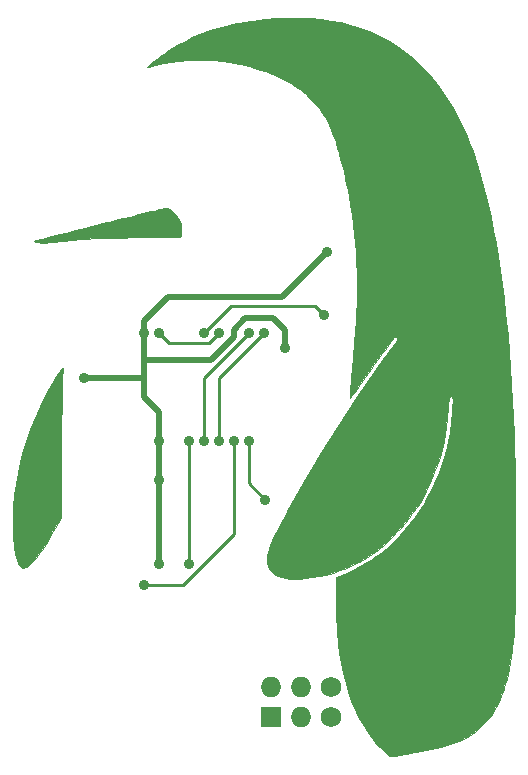
<source format=gbr>
%TF.GenerationSoftware,KiCad,Pcbnew,(5.1.0)-1*%
%TF.CreationDate,2019-10-25T10:12:21-05:00*%
%TF.ProjectId,wenk_sao,77656e6b-5f73-4616-9f2e-6b696361645f,v01*%
%TF.SameCoordinates,Original*%
%TF.FileFunction,Copper,L1,Top*%
%TF.FilePolarity,Positive*%
%FSLAX46Y46*%
G04 Gerber Fmt 4.6, Leading zero omitted, Abs format (unit mm)*
G04 Created by KiCad (PCBNEW (5.1.0)-1) date 2019-10-25 10:12:21*
%MOMM*%
%LPD*%
G04 APERTURE LIST*
%TA.AperFunction,EtchedComponent*%
%ADD10C,0.010000*%
%TD*%
%TA.AperFunction,ComponentPad*%
%ADD11R,1.727200X1.727200*%
%TD*%
%TA.AperFunction,ComponentPad*%
%ADD12O,1.727200X1.727200*%
%TD*%
%TA.AperFunction,ComponentPad*%
%ADD13C,1.727200*%
%TD*%
%TA.AperFunction,ViaPad*%
%ADD14C,0.914400*%
%TD*%
%TA.AperFunction,Conductor*%
%ADD15C,0.508000*%
%TD*%
%TA.AperFunction,Conductor*%
%ADD16C,0.254000*%
%TD*%
G04 APERTURE END LIST*
D10*
%TO.C,G\002A\002A\002A*%
G36*
X131536658Y-93371100D02*
G01*
X131541024Y-93439240D01*
X131542349Y-93549363D01*
X131540623Y-93703514D01*
X131535839Y-93903735D01*
X131527986Y-94152070D01*
X131525353Y-94227232D01*
X131510295Y-94683085D01*
X131495897Y-95185529D01*
X131482216Y-95730360D01*
X131469308Y-96313371D01*
X131457230Y-96930359D01*
X131446038Y-97577119D01*
X131435788Y-98249444D01*
X131426537Y-98943131D01*
X131418342Y-99653973D01*
X131411258Y-100377767D01*
X131405343Y-101110307D01*
X131400653Y-101847388D01*
X131397244Y-102584804D01*
X131395173Y-103318352D01*
X131394499Y-103970575D01*
X131394200Y-105972850D01*
X131124553Y-106472475D01*
X130890179Y-106903649D01*
X130674880Y-107292971D01*
X130476164Y-107644583D01*
X130291537Y-107962628D01*
X130118507Y-108251248D01*
X129954583Y-108514585D01*
X129797270Y-108756783D01*
X129644077Y-108981982D01*
X129492511Y-109194326D01*
X129460664Y-109237662D01*
X129253712Y-109504193D01*
X129053652Y-109734824D01*
X128862396Y-109928130D01*
X128681857Y-110082689D01*
X128513947Y-110197078D01*
X128360579Y-110269874D01*
X128223665Y-110299654D01*
X128105118Y-110284996D01*
X128071892Y-110270950D01*
X127954910Y-110185151D01*
X127845237Y-110051427D01*
X127744013Y-109872274D01*
X127652379Y-109650193D01*
X127571475Y-109387680D01*
X127502441Y-109087235D01*
X127482345Y-108979542D01*
X127431453Y-108643055D01*
X127389418Y-108263874D01*
X127356478Y-107849367D01*
X127332871Y-107406903D01*
X127318835Y-106943851D01*
X127314610Y-106467581D01*
X127320431Y-105985461D01*
X127336539Y-105504861D01*
X127357537Y-105117900D01*
X127440938Y-104164384D01*
X127568896Y-103211875D01*
X127741871Y-102258941D01*
X127960318Y-101304150D01*
X128224696Y-100346073D01*
X128535462Y-99383278D01*
X128893075Y-98414334D01*
X129297991Y-97437811D01*
X129750668Y-96452278D01*
X130251564Y-95456303D01*
X130728773Y-94576900D01*
X130904373Y-94266986D01*
X131058793Y-94001262D01*
X131191886Y-93779951D01*
X131303508Y-93603277D01*
X131393514Y-93471463D01*
X131461759Y-93384732D01*
X131508098Y-93343307D01*
X131529260Y-93342900D01*
X131536658Y-93371100D01*
X131536658Y-93371100D01*
G37*
X131536658Y-93371100D02*
X131541024Y-93439240D01*
X131542349Y-93549363D01*
X131540623Y-93703514D01*
X131535839Y-93903735D01*
X131527986Y-94152070D01*
X131525353Y-94227232D01*
X131510295Y-94683085D01*
X131495897Y-95185529D01*
X131482216Y-95730360D01*
X131469308Y-96313371D01*
X131457230Y-96930359D01*
X131446038Y-97577119D01*
X131435788Y-98249444D01*
X131426537Y-98943131D01*
X131418342Y-99653973D01*
X131411258Y-100377767D01*
X131405343Y-101110307D01*
X131400653Y-101847388D01*
X131397244Y-102584804D01*
X131395173Y-103318352D01*
X131394499Y-103970575D01*
X131394200Y-105972850D01*
X131124553Y-106472475D01*
X130890179Y-106903649D01*
X130674880Y-107292971D01*
X130476164Y-107644583D01*
X130291537Y-107962628D01*
X130118507Y-108251248D01*
X129954583Y-108514585D01*
X129797270Y-108756783D01*
X129644077Y-108981982D01*
X129492511Y-109194326D01*
X129460664Y-109237662D01*
X129253712Y-109504193D01*
X129053652Y-109734824D01*
X128862396Y-109928130D01*
X128681857Y-110082689D01*
X128513947Y-110197078D01*
X128360579Y-110269874D01*
X128223665Y-110299654D01*
X128105118Y-110284996D01*
X128071892Y-110270950D01*
X127954910Y-110185151D01*
X127845237Y-110051427D01*
X127744013Y-109872274D01*
X127652379Y-109650193D01*
X127571475Y-109387680D01*
X127502441Y-109087235D01*
X127482345Y-108979542D01*
X127431453Y-108643055D01*
X127389418Y-108263874D01*
X127356478Y-107849367D01*
X127332871Y-107406903D01*
X127318835Y-106943851D01*
X127314610Y-106467581D01*
X127320431Y-105985461D01*
X127336539Y-105504861D01*
X127357537Y-105117900D01*
X127440938Y-104164384D01*
X127568896Y-103211875D01*
X127741871Y-102258941D01*
X127960318Y-101304150D01*
X128224696Y-100346073D01*
X128535462Y-99383278D01*
X128893075Y-98414334D01*
X129297991Y-97437811D01*
X129750668Y-96452278D01*
X130251564Y-95456303D01*
X130728773Y-94576900D01*
X130904373Y-94266986D01*
X131058793Y-94001262D01*
X131191886Y-93779951D01*
X131303508Y-93603277D01*
X131393514Y-93471463D01*
X131461759Y-93384732D01*
X131508098Y-93343307D01*
X131529260Y-93342900D01*
X131536658Y-93371100D01*
G36*
X151635976Y-63745864D02*
G01*
X152105667Y-63758577D01*
X152563624Y-63778819D01*
X152615900Y-63781676D01*
X153448588Y-63851540D01*
X154275617Y-63967279D01*
X155093412Y-64127732D01*
X155898402Y-64331737D01*
X156687013Y-64578132D01*
X157455673Y-64865754D01*
X158200807Y-65193442D01*
X158918844Y-65560034D01*
X159606210Y-65964367D01*
X159886278Y-66146083D01*
X160562108Y-66627972D01*
X161210173Y-67152363D01*
X161830411Y-67719181D01*
X162422762Y-68328347D01*
X162987166Y-68979786D01*
X163523563Y-69673421D01*
X164031892Y-70409175D01*
X164512093Y-71186970D01*
X164964107Y-72006731D01*
X165387871Y-72868380D01*
X165680372Y-73526196D01*
X165976656Y-74256556D01*
X166264307Y-75035178D01*
X166542938Y-75860198D01*
X166812160Y-76729752D01*
X167071587Y-77641976D01*
X167320833Y-78595005D01*
X167559509Y-79586976D01*
X167787229Y-80616024D01*
X168003605Y-81680285D01*
X168208252Y-82777895D01*
X168400780Y-83906991D01*
X168580804Y-85065707D01*
X168747936Y-86252180D01*
X168901790Y-87464545D01*
X169041977Y-88700939D01*
X169168111Y-89959497D01*
X169226250Y-90601800D01*
X169336710Y-91938575D01*
X169438256Y-93313079D01*
X169530186Y-94712905D01*
X169611798Y-96125651D01*
X169682390Y-97538911D01*
X169741262Y-98940281D01*
X169787711Y-100317357D01*
X169799452Y-100736400D01*
X169809731Y-101157611D01*
X169819130Y-101613676D01*
X169827653Y-102101421D01*
X169835306Y-102617671D01*
X169842096Y-103159252D01*
X169848027Y-103722991D01*
X169853106Y-104305712D01*
X169857339Y-104904244D01*
X169860730Y-105515410D01*
X169863286Y-106136038D01*
X169865012Y-106762953D01*
X169865915Y-107392982D01*
X169865999Y-108022949D01*
X169865271Y-108649682D01*
X169863737Y-109270006D01*
X169861401Y-109880747D01*
X169858270Y-110478732D01*
X169854350Y-111060785D01*
X169849646Y-111623734D01*
X169844164Y-112164403D01*
X169837910Y-112679620D01*
X169830889Y-113166210D01*
X169823108Y-113620999D01*
X169814571Y-114040813D01*
X169805285Y-114422478D01*
X169795255Y-114762820D01*
X169784487Y-115058666D01*
X169773175Y-115303300D01*
X169752534Y-115656127D01*
X169728735Y-115985609D01*
X169700502Y-116303495D01*
X169666559Y-116621535D01*
X169625631Y-116951478D01*
X169576442Y-117305076D01*
X169517716Y-117694078D01*
X169504299Y-117779800D01*
X169415387Y-118321494D01*
X169325944Y-118817245D01*
X169234616Y-119271903D01*
X169140046Y-119690316D01*
X169040880Y-120077335D01*
X168935760Y-120437811D01*
X168823332Y-120776591D01*
X168702240Y-121098527D01*
X168571129Y-121408468D01*
X168428642Y-121711264D01*
X168376099Y-121815931D01*
X168181193Y-122179267D01*
X167984428Y-122504877D01*
X167776681Y-122805316D01*
X167548830Y-123093136D01*
X167291752Y-123380890D01*
X167082112Y-123596400D01*
X166789052Y-123876457D01*
X166505478Y-124119971D01*
X166218692Y-124336099D01*
X165915995Y-124533998D01*
X165584690Y-124722824D01*
X165356074Y-124840992D01*
X165114119Y-124957648D01*
X164876282Y-125062685D01*
X164635997Y-125158098D01*
X164386701Y-125245879D01*
X164121828Y-125328024D01*
X163834813Y-125406525D01*
X163519091Y-125483378D01*
X163168098Y-125560574D01*
X162775269Y-125640109D01*
X162636200Y-125667043D01*
X162414321Y-125709617D01*
X162178734Y-125754847D01*
X161942503Y-125800222D01*
X161718690Y-125843233D01*
X161520359Y-125881370D01*
X161378900Y-125908594D01*
X161250132Y-125932965D01*
X161085035Y-125963558D01*
X160892051Y-125998865D01*
X160679618Y-126037380D01*
X160456178Y-126077594D01*
X160230171Y-126118000D01*
X160010037Y-126157088D01*
X159804216Y-126193352D01*
X159621150Y-126225285D01*
X159469277Y-126251376D01*
X159357039Y-126270121D01*
X159338229Y-126273152D01*
X159292877Y-126266575D01*
X159227444Y-126232494D01*
X159135643Y-126167291D01*
X159084229Y-126126971D01*
X158998540Y-126055046D01*
X158888035Y-125957356D01*
X158763860Y-125844019D01*
X158637160Y-125725149D01*
X158562938Y-125653800D01*
X158119946Y-125189486D01*
X157701401Y-124681768D01*
X157307838Y-124132059D01*
X156939794Y-123541777D01*
X156597804Y-122912337D01*
X156282403Y-122245153D01*
X155994128Y-121541643D01*
X155733514Y-120803220D01*
X155501097Y-120031302D01*
X155297412Y-119227303D01*
X155122996Y-118392640D01*
X154978385Y-117528727D01*
X154864112Y-116636981D01*
X154780716Y-115718816D01*
X154775530Y-115646200D01*
X154758376Y-115367639D01*
X154742690Y-115046336D01*
X154728665Y-114690330D01*
X154716492Y-114307662D01*
X154706363Y-113906372D01*
X154698471Y-113494501D01*
X154693007Y-113080090D01*
X154690163Y-112671179D01*
X154690132Y-112275808D01*
X154691054Y-112108899D01*
X154698700Y-111073499D01*
X155194000Y-110873893D01*
X155596579Y-110708280D01*
X155958683Y-110551628D01*
X156288863Y-110399589D01*
X156595670Y-110247812D01*
X156887653Y-110091947D01*
X157173363Y-109927644D01*
X157461350Y-109750554D01*
X157681166Y-109608577D01*
X158105546Y-109316618D01*
X158515165Y-109007579D01*
X158919827Y-108673488D01*
X159329336Y-108306373D01*
X159605019Y-108044067D01*
X160111532Y-107534545D01*
X160574760Y-107031057D01*
X161000345Y-106525967D01*
X161393930Y-106011641D01*
X161761157Y-105480444D01*
X162107667Y-104924740D01*
X162439103Y-104336897D01*
X162663730Y-103905031D01*
X162938989Y-103341742D01*
X163184317Y-102801250D01*
X163402659Y-102274536D01*
X163596960Y-101752579D01*
X163770167Y-101226362D01*
X163925224Y-100686865D01*
X164065077Y-100125069D01*
X164192672Y-99531955D01*
X164310953Y-98898504D01*
X164324716Y-98819035D01*
X164361435Y-98586380D01*
X164397352Y-98323309D01*
X164431687Y-98038615D01*
X164463657Y-97741092D01*
X164492482Y-97439530D01*
X164517381Y-97142725D01*
X164537573Y-96859467D01*
X164552278Y-96598551D01*
X164560713Y-96368769D01*
X164562099Y-96178914D01*
X164561595Y-96151999D01*
X164558164Y-96017348D01*
X164554031Y-95924548D01*
X164547342Y-95864664D01*
X164536240Y-95828760D01*
X164518871Y-95807900D01*
X164493380Y-95793149D01*
X164486394Y-95789786D01*
X164400727Y-95772691D01*
X164322473Y-95798148D01*
X164267114Y-95860347D01*
X164261007Y-95874383D01*
X164253132Y-95913976D01*
X164241554Y-95998240D01*
X164226919Y-96121234D01*
X164209873Y-96277016D01*
X164191063Y-96459644D01*
X164171134Y-96663176D01*
X164150732Y-96881670D01*
X164147018Y-96922588D01*
X164114467Y-97277821D01*
X164084772Y-97589286D01*
X164057020Y-97863878D01*
X164030297Y-98108488D01*
X164003690Y-98330010D01*
X163976285Y-98535336D01*
X163947167Y-98731359D01*
X163915424Y-98924972D01*
X163880142Y-99123068D01*
X163840407Y-99332541D01*
X163801404Y-99529900D01*
X163647187Y-100225100D01*
X163466548Y-100898821D01*
X163256297Y-101560156D01*
X163013242Y-102218197D01*
X162734193Y-102882035D01*
X162415959Y-103560763D01*
X162317236Y-103759000D01*
X162042510Y-104283195D01*
X161763529Y-104772106D01*
X161473964Y-105234721D01*
X161167484Y-105680031D01*
X160837760Y-106117026D01*
X160478463Y-106554698D01*
X160083263Y-107002036D01*
X159877421Y-107224467D01*
X159351341Y-107761770D01*
X158824650Y-108251644D01*
X158292851Y-108697308D01*
X157751448Y-109101985D01*
X157195943Y-109468896D01*
X156621840Y-109801262D01*
X156024642Y-110102304D01*
X155587700Y-110297288D01*
X155030458Y-110515815D01*
X154452358Y-110708864D01*
X153861772Y-110874640D01*
X153267072Y-111011344D01*
X152676628Y-111117180D01*
X152098814Y-111190351D01*
X151542001Y-111229061D01*
X151218900Y-111234991D01*
X150817306Y-111219780D01*
X150448377Y-111176883D01*
X150113740Y-111107107D01*
X149815021Y-111011257D01*
X149553846Y-110890137D01*
X149331840Y-110744553D01*
X149150631Y-110575310D01*
X149011845Y-110383213D01*
X148917107Y-110169066D01*
X148893352Y-110083600D01*
X148875120Y-109967653D01*
X148864352Y-109815500D01*
X148860907Y-109641159D01*
X148864638Y-109458652D01*
X148875403Y-109281997D01*
X148893057Y-109125215D01*
X148903868Y-109061478D01*
X148935624Y-108919295D01*
X148978000Y-108766588D01*
X149032262Y-108600647D01*
X149099681Y-108418759D01*
X149181522Y-108218213D01*
X149279055Y-107996298D01*
X149393549Y-107750302D01*
X149526269Y-107477514D01*
X149678487Y-107175221D01*
X149851468Y-106840714D01*
X150046481Y-106471280D01*
X150264795Y-106064208D01*
X150507678Y-105616787D01*
X150558178Y-105524300D01*
X151226259Y-104319921D01*
X151919463Y-103105134D01*
X152634168Y-101885644D01*
X153366752Y-100667153D01*
X154113593Y-99455367D01*
X154871069Y-98255989D01*
X155635558Y-97074724D01*
X156403438Y-95917274D01*
X157171086Y-94789344D01*
X157934881Y-93696638D01*
X158691201Y-92644860D01*
X159026019Y-92189300D01*
X159205367Y-91945060D01*
X159368410Y-91719177D01*
X159512941Y-91514884D01*
X159636756Y-91335413D01*
X159737649Y-91183998D01*
X159813415Y-91063872D01*
X159861847Y-90978267D01*
X159878714Y-90939309D01*
X159878440Y-90860135D01*
X159831562Y-90787960D01*
X159762937Y-90739916D01*
X159707205Y-90715125D01*
X159671179Y-90717564D01*
X159633602Y-90746003D01*
X159589783Y-90793112D01*
X159518656Y-90879777D01*
X159421830Y-91003787D01*
X159300913Y-91162930D01*
X159157515Y-91354996D01*
X158993245Y-91577775D01*
X158809710Y-91829054D01*
X158608521Y-92106623D01*
X158391286Y-92408271D01*
X158159614Y-92731788D01*
X157915113Y-93074962D01*
X157659393Y-93435582D01*
X157394063Y-93811437D01*
X157141647Y-94170500D01*
X156980116Y-94400389D01*
X156820932Y-94626285D01*
X156667636Y-94843206D01*
X156523769Y-95046169D01*
X156392871Y-95230192D01*
X156278485Y-95390292D01*
X156184150Y-95521489D01*
X156113408Y-95618799D01*
X156085593Y-95656400D01*
X155867100Y-95948500D01*
X155859865Y-95783400D01*
X155860238Y-95714146D01*
X155864968Y-95602844D01*
X155873505Y-95458004D01*
X155885298Y-95288142D01*
X155899799Y-95101769D01*
X155916456Y-94907400D01*
X155916483Y-94907100D01*
X155931526Y-94739576D01*
X155950385Y-94529616D01*
X155972327Y-94285379D01*
X155996619Y-94015022D01*
X156022527Y-93726706D01*
X156049319Y-93428589D01*
X156076261Y-93128830D01*
X156102619Y-92835589D01*
X156107059Y-92786200D01*
X156162776Y-92159151D01*
X156212922Y-91578412D01*
X156257717Y-91039819D01*
X156297380Y-90539214D01*
X156332130Y-90072436D01*
X156362186Y-89635323D01*
X156387768Y-89223716D01*
X156409093Y-88833453D01*
X156426383Y-88460374D01*
X156439855Y-88100318D01*
X156449729Y-87749125D01*
X156456223Y-87402634D01*
X156459558Y-87056685D01*
X156459952Y-86707116D01*
X156457624Y-86349767D01*
X156455543Y-86169500D01*
X156437486Y-85271866D01*
X156406879Y-84414736D01*
X156362964Y-83589201D01*
X156304983Y-82786355D01*
X156232177Y-81997287D01*
X156143790Y-81213090D01*
X156039063Y-80424856D01*
X155917238Y-79623677D01*
X155878613Y-79387700D01*
X155787252Y-78864038D01*
X155686080Y-78331647D01*
X155576260Y-77794794D01*
X155458956Y-77257745D01*
X155335333Y-76724769D01*
X155206554Y-76200133D01*
X155073784Y-75688104D01*
X154938187Y-75192950D01*
X154800926Y-74718938D01*
X154663166Y-74270335D01*
X154526071Y-73851410D01*
X154390805Y-73466429D01*
X154258532Y-73119660D01*
X154130415Y-72815370D01*
X154024765Y-72591540D01*
X153808276Y-72202755D01*
X153546371Y-71805247D01*
X153242725Y-71403364D01*
X152901013Y-71001450D01*
X152524911Y-70603851D01*
X152118093Y-70214913D01*
X151726900Y-69874340D01*
X151318976Y-69561524D01*
X150864859Y-69263130D01*
X150367386Y-68980291D01*
X149829396Y-68714139D01*
X149253725Y-68465808D01*
X148643212Y-68236429D01*
X148000693Y-68027135D01*
X147329007Y-67839058D01*
X146630992Y-67673332D01*
X145909484Y-67531089D01*
X145814220Y-67514401D01*
X145517464Y-67464709D01*
X145247576Y-67423343D01*
X144995490Y-67389601D01*
X144752138Y-67362781D01*
X144508452Y-67342181D01*
X144255367Y-67327101D01*
X143983814Y-67316839D01*
X143684725Y-67310694D01*
X143349035Y-67307964D01*
X143141700Y-67307665D01*
X142779805Y-67309063D01*
X142459354Y-67313533D01*
X142171037Y-67321959D01*
X141905543Y-67335221D01*
X141653565Y-67354201D01*
X141405792Y-67379780D01*
X141152915Y-67412839D01*
X140885624Y-67454261D01*
X140594610Y-67504926D01*
X140270563Y-67565716D01*
X140131800Y-67592637D01*
X139732720Y-67675553D01*
X139380131Y-67759203D01*
X139076054Y-67843103D01*
X139039600Y-67854186D01*
X138906720Y-67894455D01*
X138814792Y-67920232D01*
X138756470Y-67932781D01*
X138724412Y-67933367D01*
X138711274Y-67923255D01*
X138709400Y-67911068D01*
X138729769Y-67869890D01*
X138788120Y-67803602D01*
X138880315Y-67715499D01*
X139002217Y-67608872D01*
X139149689Y-67487016D01*
X139318594Y-67353222D01*
X139504796Y-67210786D01*
X139704157Y-67062998D01*
X139912540Y-66913154D01*
X140125808Y-66764545D01*
X140284816Y-66656989D01*
X140832694Y-66305925D01*
X141392324Y-65975252D01*
X141956635Y-65668504D01*
X142518556Y-65389217D01*
X143071017Y-65140925D01*
X143606945Y-64927166D01*
X144056100Y-64771444D01*
X144344714Y-64682948D01*
X144661880Y-64592567D01*
X144996635Y-64502986D01*
X145338021Y-64416888D01*
X145675075Y-64336959D01*
X145996837Y-64265881D01*
X146292347Y-64206339D01*
X146545300Y-64161864D01*
X146681422Y-64140406D01*
X146858543Y-64112765D01*
X147067431Y-64080365D01*
X147298857Y-64044626D01*
X147543590Y-64006973D01*
X147792402Y-63968826D01*
X148036062Y-63931609D01*
X148265340Y-63896744D01*
X148285200Y-63893733D01*
X148600010Y-63852654D01*
X148958365Y-63817672D01*
X149353355Y-63788969D01*
X149778069Y-63766721D01*
X150225598Y-63751107D01*
X150689032Y-63742308D01*
X151161461Y-63740500D01*
X151635976Y-63745864D01*
X151635976Y-63745864D01*
G37*
X151635976Y-63745864D02*
X152105667Y-63758577D01*
X152563624Y-63778819D01*
X152615900Y-63781676D01*
X153448588Y-63851540D01*
X154275617Y-63967279D01*
X155093412Y-64127732D01*
X155898402Y-64331737D01*
X156687013Y-64578132D01*
X157455673Y-64865754D01*
X158200807Y-65193442D01*
X158918844Y-65560034D01*
X159606210Y-65964367D01*
X159886278Y-66146083D01*
X160562108Y-66627972D01*
X161210173Y-67152363D01*
X161830411Y-67719181D01*
X162422762Y-68328347D01*
X162987166Y-68979786D01*
X163523563Y-69673421D01*
X164031892Y-70409175D01*
X164512093Y-71186970D01*
X164964107Y-72006731D01*
X165387871Y-72868380D01*
X165680372Y-73526196D01*
X165976656Y-74256556D01*
X166264307Y-75035178D01*
X166542938Y-75860198D01*
X166812160Y-76729752D01*
X167071587Y-77641976D01*
X167320833Y-78595005D01*
X167559509Y-79586976D01*
X167787229Y-80616024D01*
X168003605Y-81680285D01*
X168208252Y-82777895D01*
X168400780Y-83906991D01*
X168580804Y-85065707D01*
X168747936Y-86252180D01*
X168901790Y-87464545D01*
X169041977Y-88700939D01*
X169168111Y-89959497D01*
X169226250Y-90601800D01*
X169336710Y-91938575D01*
X169438256Y-93313079D01*
X169530186Y-94712905D01*
X169611798Y-96125651D01*
X169682390Y-97538911D01*
X169741262Y-98940281D01*
X169787711Y-100317357D01*
X169799452Y-100736400D01*
X169809731Y-101157611D01*
X169819130Y-101613676D01*
X169827653Y-102101421D01*
X169835306Y-102617671D01*
X169842096Y-103159252D01*
X169848027Y-103722991D01*
X169853106Y-104305712D01*
X169857339Y-104904244D01*
X169860730Y-105515410D01*
X169863286Y-106136038D01*
X169865012Y-106762953D01*
X169865915Y-107392982D01*
X169865999Y-108022949D01*
X169865271Y-108649682D01*
X169863737Y-109270006D01*
X169861401Y-109880747D01*
X169858270Y-110478732D01*
X169854350Y-111060785D01*
X169849646Y-111623734D01*
X169844164Y-112164403D01*
X169837910Y-112679620D01*
X169830889Y-113166210D01*
X169823108Y-113620999D01*
X169814571Y-114040813D01*
X169805285Y-114422478D01*
X169795255Y-114762820D01*
X169784487Y-115058666D01*
X169773175Y-115303300D01*
X169752534Y-115656127D01*
X169728735Y-115985609D01*
X169700502Y-116303495D01*
X169666559Y-116621535D01*
X169625631Y-116951478D01*
X169576442Y-117305076D01*
X169517716Y-117694078D01*
X169504299Y-117779800D01*
X169415387Y-118321494D01*
X169325944Y-118817245D01*
X169234616Y-119271903D01*
X169140046Y-119690316D01*
X169040880Y-120077335D01*
X168935760Y-120437811D01*
X168823332Y-120776591D01*
X168702240Y-121098527D01*
X168571129Y-121408468D01*
X168428642Y-121711264D01*
X168376099Y-121815931D01*
X168181193Y-122179267D01*
X167984428Y-122504877D01*
X167776681Y-122805316D01*
X167548830Y-123093136D01*
X167291752Y-123380890D01*
X167082112Y-123596400D01*
X166789052Y-123876457D01*
X166505478Y-124119971D01*
X166218692Y-124336099D01*
X165915995Y-124533998D01*
X165584690Y-124722824D01*
X165356074Y-124840992D01*
X165114119Y-124957648D01*
X164876282Y-125062685D01*
X164635997Y-125158098D01*
X164386701Y-125245879D01*
X164121828Y-125328024D01*
X163834813Y-125406525D01*
X163519091Y-125483378D01*
X163168098Y-125560574D01*
X162775269Y-125640109D01*
X162636200Y-125667043D01*
X162414321Y-125709617D01*
X162178734Y-125754847D01*
X161942503Y-125800222D01*
X161718690Y-125843233D01*
X161520359Y-125881370D01*
X161378900Y-125908594D01*
X161250132Y-125932965D01*
X161085035Y-125963558D01*
X160892051Y-125998865D01*
X160679618Y-126037380D01*
X160456178Y-126077594D01*
X160230171Y-126118000D01*
X160010037Y-126157088D01*
X159804216Y-126193352D01*
X159621150Y-126225285D01*
X159469277Y-126251376D01*
X159357039Y-126270121D01*
X159338229Y-126273152D01*
X159292877Y-126266575D01*
X159227444Y-126232494D01*
X159135643Y-126167291D01*
X159084229Y-126126971D01*
X158998540Y-126055046D01*
X158888035Y-125957356D01*
X158763860Y-125844019D01*
X158637160Y-125725149D01*
X158562938Y-125653800D01*
X158119946Y-125189486D01*
X157701401Y-124681768D01*
X157307838Y-124132059D01*
X156939794Y-123541777D01*
X156597804Y-122912337D01*
X156282403Y-122245153D01*
X155994128Y-121541643D01*
X155733514Y-120803220D01*
X155501097Y-120031302D01*
X155297412Y-119227303D01*
X155122996Y-118392640D01*
X154978385Y-117528727D01*
X154864112Y-116636981D01*
X154780716Y-115718816D01*
X154775530Y-115646200D01*
X154758376Y-115367639D01*
X154742690Y-115046336D01*
X154728665Y-114690330D01*
X154716492Y-114307662D01*
X154706363Y-113906372D01*
X154698471Y-113494501D01*
X154693007Y-113080090D01*
X154690163Y-112671179D01*
X154690132Y-112275808D01*
X154691054Y-112108899D01*
X154698700Y-111073499D01*
X155194000Y-110873893D01*
X155596579Y-110708280D01*
X155958683Y-110551628D01*
X156288863Y-110399589D01*
X156595670Y-110247812D01*
X156887653Y-110091947D01*
X157173363Y-109927644D01*
X157461350Y-109750554D01*
X157681166Y-109608577D01*
X158105546Y-109316618D01*
X158515165Y-109007579D01*
X158919827Y-108673488D01*
X159329336Y-108306373D01*
X159605019Y-108044067D01*
X160111532Y-107534545D01*
X160574760Y-107031057D01*
X161000345Y-106525967D01*
X161393930Y-106011641D01*
X161761157Y-105480444D01*
X162107667Y-104924740D01*
X162439103Y-104336897D01*
X162663730Y-103905031D01*
X162938989Y-103341742D01*
X163184317Y-102801250D01*
X163402659Y-102274536D01*
X163596960Y-101752579D01*
X163770167Y-101226362D01*
X163925224Y-100686865D01*
X164065077Y-100125069D01*
X164192672Y-99531955D01*
X164310953Y-98898504D01*
X164324716Y-98819035D01*
X164361435Y-98586380D01*
X164397352Y-98323309D01*
X164431687Y-98038615D01*
X164463657Y-97741092D01*
X164492482Y-97439530D01*
X164517381Y-97142725D01*
X164537573Y-96859467D01*
X164552278Y-96598551D01*
X164560713Y-96368769D01*
X164562099Y-96178914D01*
X164561595Y-96151999D01*
X164558164Y-96017348D01*
X164554031Y-95924548D01*
X164547342Y-95864664D01*
X164536240Y-95828760D01*
X164518871Y-95807900D01*
X164493380Y-95793149D01*
X164486394Y-95789786D01*
X164400727Y-95772691D01*
X164322473Y-95798148D01*
X164267114Y-95860347D01*
X164261007Y-95874383D01*
X164253132Y-95913976D01*
X164241554Y-95998240D01*
X164226919Y-96121234D01*
X164209873Y-96277016D01*
X164191063Y-96459644D01*
X164171134Y-96663176D01*
X164150732Y-96881670D01*
X164147018Y-96922588D01*
X164114467Y-97277821D01*
X164084772Y-97589286D01*
X164057020Y-97863878D01*
X164030297Y-98108488D01*
X164003690Y-98330010D01*
X163976285Y-98535336D01*
X163947167Y-98731359D01*
X163915424Y-98924972D01*
X163880142Y-99123068D01*
X163840407Y-99332541D01*
X163801404Y-99529900D01*
X163647187Y-100225100D01*
X163466548Y-100898821D01*
X163256297Y-101560156D01*
X163013242Y-102218197D01*
X162734193Y-102882035D01*
X162415959Y-103560763D01*
X162317236Y-103759000D01*
X162042510Y-104283195D01*
X161763529Y-104772106D01*
X161473964Y-105234721D01*
X161167484Y-105680031D01*
X160837760Y-106117026D01*
X160478463Y-106554698D01*
X160083263Y-107002036D01*
X159877421Y-107224467D01*
X159351341Y-107761770D01*
X158824650Y-108251644D01*
X158292851Y-108697308D01*
X157751448Y-109101985D01*
X157195943Y-109468896D01*
X156621840Y-109801262D01*
X156024642Y-110102304D01*
X155587700Y-110297288D01*
X155030458Y-110515815D01*
X154452358Y-110708864D01*
X153861772Y-110874640D01*
X153267072Y-111011344D01*
X152676628Y-111117180D01*
X152098814Y-111190351D01*
X151542001Y-111229061D01*
X151218900Y-111234991D01*
X150817306Y-111219780D01*
X150448377Y-111176883D01*
X150113740Y-111107107D01*
X149815021Y-111011257D01*
X149553846Y-110890137D01*
X149331840Y-110744553D01*
X149150631Y-110575310D01*
X149011845Y-110383213D01*
X148917107Y-110169066D01*
X148893352Y-110083600D01*
X148875120Y-109967653D01*
X148864352Y-109815500D01*
X148860907Y-109641159D01*
X148864638Y-109458652D01*
X148875403Y-109281997D01*
X148893057Y-109125215D01*
X148903868Y-109061478D01*
X148935624Y-108919295D01*
X148978000Y-108766588D01*
X149032262Y-108600647D01*
X149099681Y-108418759D01*
X149181522Y-108218213D01*
X149279055Y-107996298D01*
X149393549Y-107750302D01*
X149526269Y-107477514D01*
X149678487Y-107175221D01*
X149851468Y-106840714D01*
X150046481Y-106471280D01*
X150264795Y-106064208D01*
X150507678Y-105616787D01*
X150558178Y-105524300D01*
X151226259Y-104319921D01*
X151919463Y-103105134D01*
X152634168Y-101885644D01*
X153366752Y-100667153D01*
X154113593Y-99455367D01*
X154871069Y-98255989D01*
X155635558Y-97074724D01*
X156403438Y-95917274D01*
X157171086Y-94789344D01*
X157934881Y-93696638D01*
X158691201Y-92644860D01*
X159026019Y-92189300D01*
X159205367Y-91945060D01*
X159368410Y-91719177D01*
X159512941Y-91514884D01*
X159636756Y-91335413D01*
X159737649Y-91183998D01*
X159813415Y-91063872D01*
X159861847Y-90978267D01*
X159878714Y-90939309D01*
X159878440Y-90860135D01*
X159831562Y-90787960D01*
X159762937Y-90739916D01*
X159707205Y-90715125D01*
X159671179Y-90717564D01*
X159633602Y-90746003D01*
X159589783Y-90793112D01*
X159518656Y-90879777D01*
X159421830Y-91003787D01*
X159300913Y-91162930D01*
X159157515Y-91354996D01*
X158993245Y-91577775D01*
X158809710Y-91829054D01*
X158608521Y-92106623D01*
X158391286Y-92408271D01*
X158159614Y-92731788D01*
X157915113Y-93074962D01*
X157659393Y-93435582D01*
X157394063Y-93811437D01*
X157141647Y-94170500D01*
X156980116Y-94400389D01*
X156820932Y-94626285D01*
X156667636Y-94843206D01*
X156523769Y-95046169D01*
X156392871Y-95230192D01*
X156278485Y-95390292D01*
X156184150Y-95521489D01*
X156113408Y-95618799D01*
X156085593Y-95656400D01*
X155867100Y-95948500D01*
X155859865Y-95783400D01*
X155860238Y-95714146D01*
X155864968Y-95602844D01*
X155873505Y-95458004D01*
X155885298Y-95288142D01*
X155899799Y-95101769D01*
X155916456Y-94907400D01*
X155916483Y-94907100D01*
X155931526Y-94739576D01*
X155950385Y-94529616D01*
X155972327Y-94285379D01*
X155996619Y-94015022D01*
X156022527Y-93726706D01*
X156049319Y-93428589D01*
X156076261Y-93128830D01*
X156102619Y-92835589D01*
X156107059Y-92786200D01*
X156162776Y-92159151D01*
X156212922Y-91578412D01*
X156257717Y-91039819D01*
X156297380Y-90539214D01*
X156332130Y-90072436D01*
X156362186Y-89635323D01*
X156387768Y-89223716D01*
X156409093Y-88833453D01*
X156426383Y-88460374D01*
X156439855Y-88100318D01*
X156449729Y-87749125D01*
X156456223Y-87402634D01*
X156459558Y-87056685D01*
X156459952Y-86707116D01*
X156457624Y-86349767D01*
X156455543Y-86169500D01*
X156437486Y-85271866D01*
X156406879Y-84414736D01*
X156362964Y-83589201D01*
X156304983Y-82786355D01*
X156232177Y-81997287D01*
X156143790Y-81213090D01*
X156039063Y-80424856D01*
X155917238Y-79623677D01*
X155878613Y-79387700D01*
X155787252Y-78864038D01*
X155686080Y-78331647D01*
X155576260Y-77794794D01*
X155458956Y-77257745D01*
X155335333Y-76724769D01*
X155206554Y-76200133D01*
X155073784Y-75688104D01*
X154938187Y-75192950D01*
X154800926Y-74718938D01*
X154663166Y-74270335D01*
X154526071Y-73851410D01*
X154390805Y-73466429D01*
X154258532Y-73119660D01*
X154130415Y-72815370D01*
X154024765Y-72591540D01*
X153808276Y-72202755D01*
X153546371Y-71805247D01*
X153242725Y-71403364D01*
X152901013Y-71001450D01*
X152524911Y-70603851D01*
X152118093Y-70214913D01*
X151726900Y-69874340D01*
X151318976Y-69561524D01*
X150864859Y-69263130D01*
X150367386Y-68980291D01*
X149829396Y-68714139D01*
X149253725Y-68465808D01*
X148643212Y-68236429D01*
X148000693Y-68027135D01*
X147329007Y-67839058D01*
X146630992Y-67673332D01*
X145909484Y-67531089D01*
X145814220Y-67514401D01*
X145517464Y-67464709D01*
X145247576Y-67423343D01*
X144995490Y-67389601D01*
X144752138Y-67362781D01*
X144508452Y-67342181D01*
X144255367Y-67327101D01*
X143983814Y-67316839D01*
X143684725Y-67310694D01*
X143349035Y-67307964D01*
X143141700Y-67307665D01*
X142779805Y-67309063D01*
X142459354Y-67313533D01*
X142171037Y-67321959D01*
X141905543Y-67335221D01*
X141653565Y-67354201D01*
X141405792Y-67379780D01*
X141152915Y-67412839D01*
X140885624Y-67454261D01*
X140594610Y-67504926D01*
X140270563Y-67565716D01*
X140131800Y-67592637D01*
X139732720Y-67675553D01*
X139380131Y-67759203D01*
X139076054Y-67843103D01*
X139039600Y-67854186D01*
X138906720Y-67894455D01*
X138814792Y-67920232D01*
X138756470Y-67932781D01*
X138724412Y-67933367D01*
X138711274Y-67923255D01*
X138709400Y-67911068D01*
X138729769Y-67869890D01*
X138788120Y-67803602D01*
X138880315Y-67715499D01*
X139002217Y-67608872D01*
X139149689Y-67487016D01*
X139318594Y-67353222D01*
X139504796Y-67210786D01*
X139704157Y-67062998D01*
X139912540Y-66913154D01*
X140125808Y-66764545D01*
X140284816Y-66656989D01*
X140832694Y-66305925D01*
X141392324Y-65975252D01*
X141956635Y-65668504D01*
X142518556Y-65389217D01*
X143071017Y-65140925D01*
X143606945Y-64927166D01*
X144056100Y-64771444D01*
X144344714Y-64682948D01*
X144661880Y-64592567D01*
X144996635Y-64502986D01*
X145338021Y-64416888D01*
X145675075Y-64336959D01*
X145996837Y-64265881D01*
X146292347Y-64206339D01*
X146545300Y-64161864D01*
X146681422Y-64140406D01*
X146858543Y-64112765D01*
X147067431Y-64080365D01*
X147298857Y-64044626D01*
X147543590Y-64006973D01*
X147792402Y-63968826D01*
X148036062Y-63931609D01*
X148265340Y-63896744D01*
X148285200Y-63893733D01*
X148600010Y-63852654D01*
X148958365Y-63817672D01*
X149353355Y-63788969D01*
X149778069Y-63766721D01*
X150225598Y-63751107D01*
X150689032Y-63742308D01*
X151161461Y-63740500D01*
X151635976Y-63745864D01*
G36*
X140426151Y-79852638D02*
G01*
X140543677Y-79912211D01*
X140682490Y-80008308D01*
X140838761Y-80138319D01*
X140985650Y-80276700D01*
X141170573Y-80470469D01*
X141315562Y-80649809D01*
X141425276Y-80824625D01*
X141504373Y-81004821D01*
X141557511Y-81200301D01*
X141589351Y-81420969D01*
X141600940Y-81584800D01*
X141608846Y-81787833D01*
X141608936Y-81946360D01*
X141599091Y-82066354D01*
X141577195Y-82153788D01*
X141541131Y-82214635D01*
X141488780Y-82254869D01*
X141418024Y-82280461D01*
X141349536Y-82293969D01*
X141300616Y-82297526D01*
X141205536Y-82300500D01*
X141068933Y-82302871D01*
X140895444Y-82304618D01*
X140689705Y-82305718D01*
X140456353Y-82306150D01*
X140200025Y-82305895D01*
X139925359Y-82304928D01*
X139636990Y-82303231D01*
X139522200Y-82302369D01*
X137881506Y-82305064D01*
X136258201Y-82339235D01*
X134657378Y-82404645D01*
X133084131Y-82501057D01*
X131543556Y-82628232D01*
X130670300Y-82715643D01*
X130498062Y-82734011D01*
X130338017Y-82751053D01*
X130198692Y-82765862D01*
X130088617Y-82777532D01*
X130016323Y-82785157D01*
X129997200Y-82787150D01*
X129941047Y-82786775D01*
X129846070Y-82779604D01*
X129723626Y-82766752D01*
X129585070Y-82749336D01*
X129520349Y-82740287D01*
X129385411Y-82719916D01*
X129268655Y-82700614D01*
X129179166Y-82684015D01*
X129126025Y-82671752D01*
X129115642Y-82667509D01*
X129113606Y-82638042D01*
X129162047Y-82604339D01*
X129260828Y-82566477D01*
X129328140Y-82546269D01*
X129439541Y-82515763D01*
X129597122Y-82473973D01*
X129797718Y-82421687D01*
X130038163Y-82359690D01*
X130315294Y-82288769D01*
X130625943Y-82209712D01*
X130966947Y-82123306D01*
X131335140Y-82030336D01*
X131727357Y-81931592D01*
X132140434Y-81827858D01*
X132571204Y-81719922D01*
X133016503Y-81608572D01*
X133473166Y-81494593D01*
X133938027Y-81378773D01*
X134407922Y-81261899D01*
X134879685Y-81144758D01*
X135350152Y-81028136D01*
X135816156Y-80912821D01*
X136274534Y-80799599D01*
X136722119Y-80689258D01*
X137155748Y-80582583D01*
X137572254Y-80480363D01*
X137968472Y-80383384D01*
X138341238Y-80292433D01*
X138687387Y-80208296D01*
X139003752Y-80131762D01*
X139287170Y-80063616D01*
X139534475Y-80004646D01*
X139742502Y-79955638D01*
X139829298Y-79935463D01*
X139976798Y-79902091D01*
X140110381Y-79873210D01*
X140220871Y-79850700D01*
X140299092Y-79836437D01*
X140333742Y-79832200D01*
X140426151Y-79852638D01*
X140426151Y-79852638D01*
G37*
X140426151Y-79852638D02*
X140543677Y-79912211D01*
X140682490Y-80008308D01*
X140838761Y-80138319D01*
X140985650Y-80276700D01*
X141170573Y-80470469D01*
X141315562Y-80649809D01*
X141425276Y-80824625D01*
X141504373Y-81004821D01*
X141557511Y-81200301D01*
X141589351Y-81420969D01*
X141600940Y-81584800D01*
X141608846Y-81787833D01*
X141608936Y-81946360D01*
X141599091Y-82066354D01*
X141577195Y-82153788D01*
X141541131Y-82214635D01*
X141488780Y-82254869D01*
X141418024Y-82280461D01*
X141349536Y-82293969D01*
X141300616Y-82297526D01*
X141205536Y-82300500D01*
X141068933Y-82302871D01*
X140895444Y-82304618D01*
X140689705Y-82305718D01*
X140456353Y-82306150D01*
X140200025Y-82305895D01*
X139925359Y-82304928D01*
X139636990Y-82303231D01*
X139522200Y-82302369D01*
X137881506Y-82305064D01*
X136258201Y-82339235D01*
X134657378Y-82404645D01*
X133084131Y-82501057D01*
X131543556Y-82628232D01*
X130670300Y-82715643D01*
X130498062Y-82734011D01*
X130338017Y-82751053D01*
X130198692Y-82765862D01*
X130088617Y-82777532D01*
X130016323Y-82785157D01*
X129997200Y-82787150D01*
X129941047Y-82786775D01*
X129846070Y-82779604D01*
X129723626Y-82766752D01*
X129585070Y-82749336D01*
X129520349Y-82740287D01*
X129385411Y-82719916D01*
X129268655Y-82700614D01*
X129179166Y-82684015D01*
X129126025Y-82671752D01*
X129115642Y-82667509D01*
X129113606Y-82638042D01*
X129162047Y-82604339D01*
X129260828Y-82566477D01*
X129328140Y-82546269D01*
X129439541Y-82515763D01*
X129597122Y-82473973D01*
X129797718Y-82421687D01*
X130038163Y-82359690D01*
X130315294Y-82288769D01*
X130625943Y-82209712D01*
X130966947Y-82123306D01*
X131335140Y-82030336D01*
X131727357Y-81931592D01*
X132140434Y-81827858D01*
X132571204Y-81719922D01*
X133016503Y-81608572D01*
X133473166Y-81494593D01*
X133938027Y-81378773D01*
X134407922Y-81261899D01*
X134879685Y-81144758D01*
X135350152Y-81028136D01*
X135816156Y-80912821D01*
X136274534Y-80799599D01*
X136722119Y-80689258D01*
X137155748Y-80582583D01*
X137572254Y-80480363D01*
X137968472Y-80383384D01*
X138341238Y-80292433D01*
X138687387Y-80208296D01*
X139003752Y-80131762D01*
X139287170Y-80063616D01*
X139534475Y-80004646D01*
X139742502Y-79955638D01*
X139829298Y-79935463D01*
X139976798Y-79902091D01*
X140110381Y-79873210D01*
X140220871Y-79850700D01*
X140299092Y-79836437D01*
X140333742Y-79832200D01*
X140426151Y-79852638D01*
%TD*%
D11*
%TO.P,X1,2*%
%TO.N,GND*%
X149158000Y-122956000D03*
D12*
%TO.P,X1,1*%
%TO.N,VCC*%
X149158000Y-120416000D03*
%TO.P,X1,4*%
%TO.N,SCK_SCL*%
X151698000Y-122956000D03*
%TO.P,X1,3*%
%TO.N,MOSI_SDA*%
X151698000Y-120416000D03*
D13*
%TO.P,X1,6*%
%TO.N,Net-(X1-Pad6)*%
X154238000Y-122956000D03*
%TO.P,X1,5*%
%TO.N,Net-(X1-Pad5)*%
X154238000Y-120416000D03*
%TD*%
D14*
%TO.N,GND*%
X139700000Y-99568000D03*
X139700000Y-102870000D03*
X139700000Y-109982000D03*
X138430000Y-90424000D03*
X153924000Y-83566000D03*
X133350000Y-94234000D03*
X150368000Y-91694000D03*
%TO.N,MISO*%
X147320000Y-99568000D03*
X148717000Y-104521000D03*
%TO.N,SCK_SCL*%
X138430000Y-111760000D03*
X146050000Y-99568000D03*
%TO.N,MOSI_SDA*%
X142240000Y-109982000D03*
X142240000Y-99568000D03*
%TO.N,RST*%
X143510000Y-90424000D03*
X153670000Y-88900000D03*
%TO.N,LED_A_RED*%
X144780000Y-90424000D03*
X139700000Y-90424000D03*
%TO.N,LED_B_BLUE*%
X148590000Y-90424000D03*
X144780000Y-99568000D03*
%TO.N,LED_B_GREEN*%
X147320000Y-90424000D03*
X143510000Y-99568000D03*
%TD*%
D15*
%TO.N,GND*%
X139700000Y-99568000D02*
X139700000Y-102870000D01*
X139700000Y-102870000D02*
X139700000Y-109982000D01*
X139700000Y-97145962D02*
X139700000Y-99568000D01*
X138430000Y-95875962D02*
X139700000Y-97145962D01*
X138430000Y-90424000D02*
X138430000Y-92710000D01*
X150114000Y-87376000D02*
X153924000Y-83566000D01*
X140462000Y-87376000D02*
X150114000Y-87376000D01*
X138430000Y-90424000D02*
X138430000Y-89408000D01*
X138430000Y-89408000D02*
X140462000Y-87376000D01*
X138430000Y-94234000D02*
X133350000Y-94234000D01*
X138430000Y-94234000D02*
X138430000Y-95875962D01*
X138430000Y-92710000D02*
X138430000Y-94234000D01*
X146050000Y-90795962D02*
X146050000Y-90126446D01*
X138430000Y-92710000D02*
X144135962Y-92710000D01*
X149352000Y-89154000D02*
X150368000Y-90170000D01*
X147022446Y-89154000D02*
X149352000Y-89154000D01*
X146050000Y-90126446D02*
X147022446Y-89154000D01*
X144135962Y-92710000D02*
X146050000Y-90795962D01*
X150368000Y-90170000D02*
X150368000Y-91694000D01*
D16*
%TO.N,MISO*%
X147320000Y-103124000D02*
X148717000Y-104521000D01*
X147320000Y-99568000D02*
X147320000Y-103124000D01*
%TO.N,SCK_SCL*%
X146050000Y-107412538D02*
X146050000Y-99568000D01*
X146050000Y-107412538D02*
X141702538Y-111760000D01*
X138430000Y-111760000D02*
X141702538Y-111760000D01*
%TO.N,MOSI_SDA*%
X142240000Y-109982000D02*
X142240000Y-99568000D01*
%TO.N,RST*%
X143510000Y-90424000D02*
X145796000Y-88138000D01*
X145796000Y-88138000D02*
X152908000Y-88138000D01*
X152908000Y-88138000D02*
X153670000Y-88900000D01*
%TO.N,LED_A_RED*%
X144780000Y-90424000D02*
X143941799Y-91262201D01*
X140538201Y-91262201D02*
X139700000Y-90424000D01*
X143941799Y-91262201D02*
X140538201Y-91262201D01*
%TO.N,LED_B_BLUE*%
X144780000Y-94234000D02*
X148590000Y-90424000D01*
X144780000Y-99568000D02*
X144780000Y-94234000D01*
%TO.N,LED_B_GREEN*%
X143510000Y-94234000D02*
X147320000Y-90424000D01*
X143510000Y-99568000D02*
X143510000Y-94234000D01*
%TD*%
M02*

</source>
